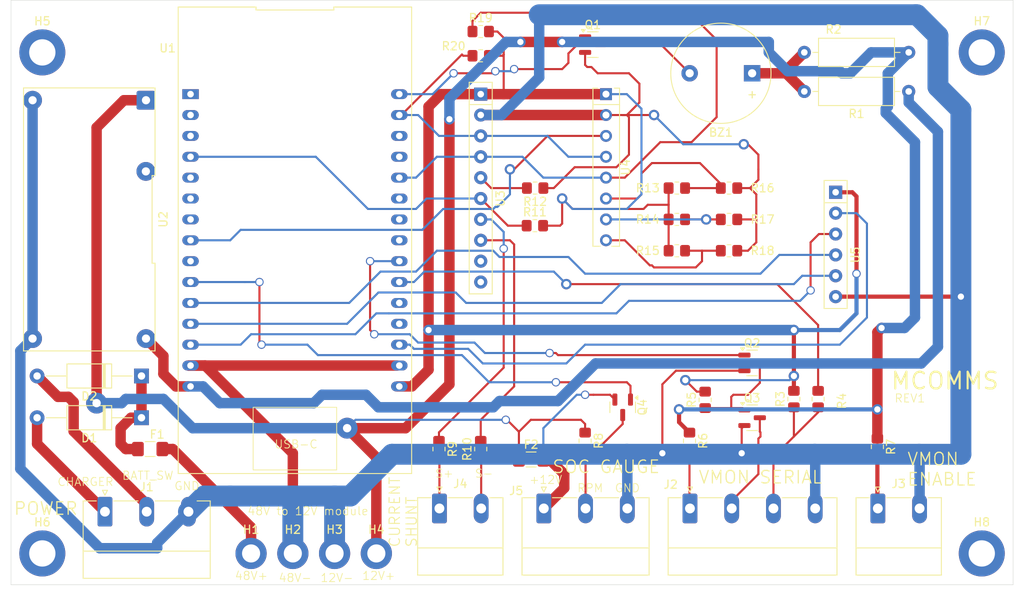
<source format=kicad_pcb>
(kicad_pcb (version 20240108) (generator "pcbnew") (generator_version "8.0")
  (layers (0 "F.Cu" signal) (31 "B.Cu" signal) (34 "B.Paste" user) (35 "F.Paste" user) (36 "B.SilkS" user "B.Silkscreen") (37 "F.SilkS" user "F.Silkscreen") (38 "B.Mask" user) (39 "F.Mask" user) (44 "Edge.Cuts" user))
  (net 0 "")
  (net 4 "/WP")
  (net 5 "GND")
  (net 7 "/ADC_ALRT")
  (net 8 "/SDA")
  (net 9 "+3.3V")
  (net 10 "Net-(U1-D15)")
  (net 11 "Net-(U1-D12)")
  (net 13 "/SCL")
  (net 14 "/BUZ")
  (net 19 "+5V")
  (net 20 "/RXD2")
  (net 21 "/SOC_PPS")
  (net 23 "Net-(U1-D13)")
  (net 24 "Net-(U1-D14)")
  (net 25 "/TXD2")
  (net 30 "+12V")
  (net 31 "/BUZ+")
  (net 32 "/SH-R")
  (net 34 "Net-(U3-ADDR)")
  (net 36 "/SH+R")
  (net 37 "/SHUNT+")
  (net 38 "/SOC_PPSG")
  (net 39 "/VMONEN")
  (net 40 "/MOSI+")
  (net 41 "/TXD2N")
  (net 42 "/MISO+")
  (net 43 "/SHUNT-")
  (net 44 "/A2")
  (net 45 "/A1")
  (net 46 "/A0")
  (net 47 "/BUZ-")
  (net 48 "/MOSI-")
  (net 49 "Net-(F1-Pad1)")
  (net 50 "Net-(J5-Pin_1)")
  (net 51 "Net-(D1-K)")
  (net 52 "Net-(D2-A)")
  (net 53 "Net-(D1-A)")
  (footprint "Resistor_SMD:R_0805_2012Metric_Pad1.20x1.40mm_HandSolder" (layer "F.Cu") (at 140.7 40.64 180)
    (property "Reference" "R14")
    (property "Value" "NF")
  )
  (footprint "Package_TO_SOT_SMD:SOT-23" (layer "F.Cu") (at 134.112 63.5 -90)
    (property "Reference" "Q4")
    (property "Value" "SI2300DS")
  )
  (footprint "MountingHole:MountingHole_2.2mm_M2_DIN965_Pad_TopBottom" (layer "F.Cu") (at 104.14 81.28)
    (property "Reference" "H4")
    (property "Value" "12VP")
  )
  (footprint "MountingHole:MountingHole_2.2mm_M2_DIN965_Pad_TopBottom" (layer "F.Cu") (at 99.06 81.28)
    (property "Reference" "H3")
    (property "Value" "12VN")
  )
  (footprint "Resistor_SMD:R_0805_2012Metric_Pad1.20x1.40mm_HandSolder" (layer "F.Cu") (at 140.7 44.45 180)
    (property "Reference" "R15")
    (property "Value" "NF")
  )
  (footprint "Connector_Phoenix_MC_HighVoltage:PhoenixContact_MC_1,5_2-G-5.08_1x02_P5.08mm_Horizontal" (layer "F.Cu") (at 165.155 75.8075)
    (property "Reference" "J3")
    (property "Value" "Conn_01x02_Pin")
  )
  (footprint "Resistor_SMD:R_0805_2012Metric_Pad1.20x1.40mm_HandSolder" (layer "F.Cu") (at 116.84 20.73)
    (property "Reference" "R20")
    (property "Value" "NF")
  )
  (footprint "Resistor_THT:R_Axial_DIN0309_L9.0mm_D3.2mm_P12.70mm_Horizontal" (layer "F.Cu") (at 168.91 20.32 180)
    (property "Reference" "R2")
    (property "Value" "330")
  )
  (footprint "Resistor_SMD:R_0805_2012Metric_Pad1.20x1.40mm_HandSolder" (layer "F.Cu") (at 165.1 68.31 -90)
    (property "Reference" "R7")
    (property "Value" "2K2")
  )
  (footprint "mower_footprints:switcher_en" (layer "F.Cu") (at 69.215 40.64 180)
    (property "Reference" "U2")
    (property "Value" "~")
  )
  (footprint "Package_TO_SOT_SMD:SOT-23" (layer "F.Cu") (at 149.86 58.1)
    (property "Reference" "Q2")
    (property "Value" "SI2300DS")
  )
  (footprint "Resistor_SMD:R_0805_2012Metric_Pad1.20x1.40mm_HandSolder" (layer "F.Cu") (at 140.7 36.83 180)
    (property "Reference" "R13")
    (property "Value" "NF")
  )
  (footprint "Resistor_SMD:R_0805_2012Metric_Pad1.20x1.40mm_HandSolder" (layer "F.Cu") (at 123.46 36.83 180)
    (property "Reference" "R12")
    (property "Value" "10K")
  )
  (footprint "Connector_Phoenix_MC_HighVoltage:PhoenixContact_MC_1,5_3-G-5.08_1x03_P5.08mm_Horizontal" (layer "F.Cu") (at 71.12 76.2)
    (property "Reference" "J1")
    (property "Value" "Conn_01x03_Pin")
  )
  (footprint "MountingHole:MountingHole_3.2mm_M3_DIN965_Pad" (layer "F.Cu") (at 63.5 20.32)
    (property "Reference" "H5")
    (property "Value" "MountingHole")
  )
  (footprint "Resistor_SMD:R_0805_2012Metric_Pad1.20x1.40mm_HandSolder" (layer "F.Cu") (at 147.05 44.45 180)
    (property "Reference" "R18")
    (property "Value" "10K")
  )
  (footprint "Package_SIP:SIP-8_19x3mm_P2.54mm" (layer "F.Cu") (at 132.08 25.4 -90)
    (property "Reference" "U4")
    (property "Value" "~")
  )
  (footprint "Resistor_SMD:R_0805_2012Metric_Pad1.20x1.40mm_HandSolder" (layer "F.Cu") (at 111.76 68.58 -90)
    (property "Reference" "R9")
    (property "Value" "10K")
  )
  (footprint "Resistor_SMD:R_0805_2012Metric_Pad1.20x1.40mm_HandSolder" (layer "F.Cu") (at 116.84 17.78)
    (property "Reference" "R19")
    (property "Value" "NF")
  )
  (footprint "Resistor_SMD:R_0805_2012Metric_Pad1.20x1.40mm_HandSolder" (layer "F.Cu") (at 123.428 41.402)
    (property "Reference" "R11")
    (property "Value" "10K")
  )
  (footprint "Resistor_SMD:R_0805_2012Metric_Pad1.20x1.40mm_HandSolder" (layer "F.Cu") (at 116.84 68.58 90)
    (property "Reference" "R10")
    (property "Value" "10K")
  )
  (footprint "Buzzer_Beeper:Buzzer_12x9.5RM7.6" (layer "F.Cu") (at 149.86 22.86 180)
    (property "Reference" "BZ1")
    (property "Value" "Buzzer")
  )
  (footprint "Resistor_SMD:R_0805_2012Metric_Pad1.20x1.40mm_HandSolder" (layer "F.Cu") (at 157.89 62.5 90)
    (property "Reference" "R4")
    (property "Value" "10K")
  )
  (footprint "Resistor_SMD:R_0805_2012Metric_Pad1.20x1.40mm_HandSolder" (layer "F.Cu") (at 147.05 36.83 180)
    (property "Reference" "R16")
    (property "Value" "10K")
  )
  (footprint "Resistor_THT:R_Array_SIP10" (layer "F.Cu") (at 116.84 25.4 -90)
    (property "Reference" "U3")
    (property "Value" "~")
  )
  (footprint "MountingHole:MountingHole_2.2mm_M2_DIN965_Pad_TopBottom" (layer "F.Cu") (at 88.9 81.28)
    (property "Reference" "H1")
    (property "Value" "48VP")
  )
  (footprint "Package_TO_SOT_SMD:SOT-23" (layer "F.Cu") (at 130.4775 19.37)
    (property "Reference" "Q1")
    (property "Value" "SI2300DS")
  )
  (footprint "Package_TO_SOT_SMD:SOT-23" (layer "F.Cu") (at 149.86 64.77)
    (property "Reference" "Q3")
    (property "Value" "SI2300DS")
  )
  (footprint "Resistor_THT:R_Array_SIP6" (layer "F.Cu") (at 160.02 37.338 -90)
    (property "Reference" "U5")
    (property "Value" "~")
  )
  (footprint "Resistor_SMD:R_0805_2012Metric_Pad1.20x1.40mm_HandSolder" (layer "F.Cu") (at 154.94 62.5 90)
    (property "Reference" "R3")
    (property "Value" "2K7")
  )
  (footprint "Fuse:Fuse_1206_3216Metric_Pad1.42x1.75mm_HandSolder" (layer "F.Cu") (at 122.9725 69.85)
    (property "Reference" "F2")
    (property "Value" "Fuse")
  )
  (footprint "MountingHole:MountingHole_3.2mm_M3_DIN965_Pad" (layer "F.Cu") (at 177.8 20.32)
    (property "Reference" "H7")
    (property "Value" "MountingHole")
  )
  (footprint "Connector_Phoenix_MC_HighVoltage:PhoenixContact_MC_1,5_2-G-5.08_1x02_P5.08mm_Horizontal" (layer "F.Cu") (at 111.815 75.8075)
    (property "Reference" "J4")
    (property "Value" "Conn_01x02_Pin")
  )
  (footprint "Diode_THT:D_A-405_P12.70mm_Horizontal" (layer "F.Cu") (at 75.565 59.69 180)
    (property "Reference" "D2")
    (property "Value" "1N4004")
  )
  (footprint "Resistor_SMD:R_0805_2012Metric_Pad1.20x1.40mm_HandSolder" (layer "F.Cu") (at 144.145 62.595 90)
    (property "Reference" "R5")
    (property "Value" "2K7")
  )
  (footprint "Resistor_THT:R_Axial_DIN0309_L9.0mm_D3.2mm_P12.70mm_Horizontal" (layer "F.Cu") (at 168.91 25.07 180)
    (property "Reference" "R1")
    (property "Value" "470")
  )
  (footprint "Resistor_SMD:R_0805_2012Metric_Pad1.20x1.40mm_HandSolder" (layer "F.Cu") (at 129.54 67.58 -90)
    (property "Reference" "R8")
    (property "Value" "2K2")
  )
  (footprint "mower_footprints:ESP32_WROOM_M1" (layer "F.Cu") (at 94.234 43.18 -90)
    (property "Reference" "U1")
    (property "Value" "~")
  )
  (footprint "Connector_Phoenix_MC_HighVoltage:PhoenixContact_MC_1,5_3-G-5.08_1x03_P5.08mm_Horizontal" (layer "F.Cu") (at 124.515 75.8075)
    (property "Reference" "J5")
    (property "Value" "Conn_01x03_Pin")
  )
  (footprint "MountingHole:MountingHole_2.2mm_M2_DIN965_Pad_TopBottom" (layer "F.Cu") (at 93.98 81.28)
    (property "Reference" "H2")
    (property "Value" "48VN")
  )
  (footprint "Resistor_SMD:R_0805_2012Metric_Pad1.20x1.40mm_HandSolder" (layer "F.Cu") (at 142.24 67.58 -90)
    (property "Reference" "R6")
    (property "Value" "2K2")
  )
  (footprint "Fuse:Fuse_1206_3216Metric_Pad1.42x1.75mm_HandSolder" (layer "F.Cu") (at 76.6175 68.58 180)
    (property "Reference" "F1")
    (property "Value" "1A")
  )
  (footprint "MountingHole:MountingHole_3.2mm_M3_DIN965_Pad" (layer "F.Cu") (at 63.5 81.28)
    (property "Reference" "H6")
    (property "Value" "MountingHole")
  )
  (footprint "Connector_Phoenix_MC_HighVoltage:PhoenixContact_MC_1,5_4-G-5.08_1x04_P5.08mm_Horizontal" (layer "F.Cu") (at 142.295 75.8075)
    (property "Reference" "J2")
    (property "Value" "Conn_01x04_Pin")
  )
  (footprint "Resistor_SMD:R_0805_2012Metric_Pad1.20x1.40mm_HandSolder" (layer "F.Cu") (at 147.05 40.64 180)
    (property "Reference" "R17")
    (property "Value" "10K")
  )
  (footprint "MountingHole:MountingHole_3.2mm_M3_DIN965_Pad" (layer "F.Cu") (at 177.8 81.28)
    (property "Reference" "H8")
    (property "Value" "MountingHole")
  )
  (footprint "Diode_THT:D_A-405_P12.70mm_Horizontal" (layer "F.Cu") (at 75.565 64.77 180)
    (property "Reference" "D1")
    (property "Value" "1N4004")
  )
  (gr_line (start 59.69 85.09) (end 59.69 13.97) (stroke (width 0.05)) (layer "Edge.Cuts"))
  (gr_line (start 181.61 13.97) (end 181.61 85.09) (stroke (width 0.05)) (layer "Edge.Cuts"))
  (gr_line (start 59.69 13.97) (end 181.61 13.97) (stroke (width 0.05)) (layer "Edge.Cuts"))
  (gr_line (start 181.61 85.09) (end 59.69 85.09) (stroke (width 0.05)) (layer "Edge.Cuts"))
  (gr_text "S+" (at 111.252 72.136 0) (layer "F.SilkS") (effects (font (size 1 1) (thickness 0.1)) (justify left bottom)))
  (gr_text "VMON\nENABLE" (at 168.656 73.152 0) (layer "F.SilkS") (effects (font (size 1.524 1.524) (thickness 0.1524)) (justify left bottom)))
  (gr_text "REV1" (at 167.132 62.992 0) (layer "F.SilkS") (effects (font (size 1 1) (thickness 0.1)) (justify left bottom)))
  (gr_text "BATT_SW" (at 73.152 72.39 0) (layer "F.SilkS") (effects (font (size 1 1) (thickness 0.1)) (justify left bottom)))
  (gr_text "RPM" (at 128.524 73.914 0) (layer "F.SilkS") (effects (font (size 1 1) (thickness 0.1)) (justify left bottom)))
  (gr_text "48V+" (at 86.868 84.582 0) (layer "F.SilkS") (effects (font (size 1 1) (thickness 0.1)) (justify left bottom)))
  (gr_text "MCOMMS" (at 166.624 61.468 0) (layer "F.SilkS") (effects (font (size 2.032 2.032) (thickness 0.254)) (justify left bottom)))
  (gr_text "CURRENT\nSHUNT" (at 109.165 80.6075 90) (layer "F.SilkS") (effects (font (size 1.27 1.27) (thickness 0.127)) (justify left bottom)))
  (gr_text "GND" (at 133.096 73.914 0) (layer "F.SilkS") (effects (font (size 1 1) (thickness 0.1)) (justify left bottom)))
  (gr_text "POWER" (at 59.944 76.708 0) (layer "F.SilkS") (effects (font (size 1.524 1.524) (thickness 0.1524)) (justify left bottom)))
  (gr_text "SOC GAUGE" (at 125.476 71.628 0) (layer "F.SilkS") (effects (font (size 1.524 1.524) (thickness 0.1524)) (justify left bottom)))
  (gr_text "48V to 12V module" (at 88.392 76.708 0) (layer "F.SilkS") (effects (font (size 1 1) (thickness 0.1)) (justify left bottom)))
  (gr_text "GND" (at 79.502 73.66 0) (layer "F.SilkS") (effects (font (size 1 1) (thickness 0.1)) (justify left bottom)))
  (gr_text "CHARGER" (at 65.278 73.152 0) (layer "F.SilkS") (effects (font (size 1 1) (thickness 0.1)) (justify left bottom)))
  (gr_text "12V-" (at 97.282 84.836 0) (layer "F.SilkS") (effects (font (size 1 1) (thickness 0.1)) (justify left bottom)))
  (gr_text "+12V" (at 122.682 72.898 0) (layer "F.SilkS") (effects (font (size 1 1) (thickness 0.1)) (justify left bottom)))
  (gr_text "VMON SERIAL" (at 143.256 72.898 0) (layer "F.SilkS") (effects (font (size 1.524 1.524) (thickness 0.1524)) (justify left bottom)))
  (gr_text "12V+" (at 102.362 84.582 0) (layer "F.SilkS") (effects (font (size 1 1) (thickness 0.1)) (justify left bottom)))
  (gr_text "48V-" (at 92.202 84.836 0) (layer "F.SilkS") (effects (font (size 1 1) (thickness 0.1)) (justify left bottom)))
  (gr_text "S-" (at 116.078 72.136 0) (layer "F.SilkS") (effects (font (size 1 1) (thickness 0.1)) (justify left bottom)))
  (segment (start 132.08 30.48) (end 124.968 30.48) (width 0.254) (layer "F.Cu") (net 4))
  (segment (start 124.968 30.48) (end 120.904 34.544) (width 0.254) (layer "F.Cu") (net 4))
  (segment (start 120.904 34.544) (end 120.396 34.544) (width 0.254) (layer "F.Cu") (net 4))
  (via (at 120.396 34.544) (size 1.27) (drill 0.762) (layers "F.Cu" "B.Cu") (net 4))
  (segment (start 118.364 39.37) (end 112.268 39.37) (width 0.254) (layer "B.Cu") (net 4))
  (segment (start 86.36 43.18) (end 81.28 43.18) (width 0.254) (layer "B.Cu") (net 4))
  (segment (start 109.728 41.91) (end 87.63 41.91) (width 0.254) (layer "B.Cu") (net 4))
  (segment (start 118.872 39.116) (end 118.618 39.116) (width 0.254) (layer "B.Cu") (net 4))
  (segment (start 87.63 41.91) (end 86.36 43.18) (width 0.254) (layer "B.Cu") (net 4))
  (segment (start 120.396 37.592) (end 118.872 39.116) (width 0.254) (layer "B.Cu") (net 4))
  (segment (start 112.268 39.37) (end 109.728 41.91) (width 0.254) (layer "B.Cu") (net 4))
  (segment (start 118.618 39.116) (end 118.364 39.37) (width 0.254) (layer "B.Cu") (net 4))
  (segment (start 120.396 34.544) (end 120.396 37.592) (width 0.254) (layer "B.Cu") (net 4))
  (segment (start 148.05 44.45) (end 149.352 44.45) (width 0.254) (layer "F.Cu") (net 5))
  (segment (start 134.874 32.766) (end 134.874 28.194) (width 0.254) (layer "F.Cu") (net 5))
  (segment (start 150.368 37.592) (end 149.606 36.83) (width 0.254) (layer "F.Cu") (net 5))
  (segment (start 130.556 61.976) (end 129.54 61.976) (width 0.254) (layer "F.Cu") (net 5))
  (segment (start 150.368 43.434) (end 150.368 40.64) (width 0.254) (layer "F.Cu") (net 5))
  (segment (start 140.594 59.05) (end 138.938 60.706) (width 0.254) (layer "F.Cu") (net 5))
  (segment (start 93.98 69.088) (end 93.98 81.28) (width 1.27) (layer "F.Cu") (net 5))
  (segment (start 81.28 58.42) (end 83.312 58.42) (width 1.27) (layer "F.Cu") (net 5))
  (segment (start 149.606 36.83) (end 148.05 36.83) (width 0.254) (layer "F.Cu") (net 5))
  (segment (start 138.938 60.706) (end 138.938 69.088) (width 0.254) (layer "F.Cu") (net 5))
  (segment (start 150.622 34.544) (end 150.622 32.766) (width 0.254) (layer "F.Cu") (net 5))
  (segment (start 134.112 27.94) (end 132.08 27.94) (width 0.254) (layer "F.Cu") (net 5))
  (segment (start 148.59 66.0525) (end 148.59 69.088) (width 0.254) (layer "F.Cu") (net 5))
  (segment (start 134.874 22.86) (end 136.144 24.13) (width 0.254) (layer "F.Cu") (net 5))
  (segment (start 133.162 62.5625) (end 132.5755 61.976) (width 0.254) (layer "F.Cu") (net 5))
  (segment (start 132.5755 61.976) (end 130.556 61.976) (width 0.254) (layer "F.Cu") (net 5))
  (segment (start 160.02 50.038) (end 175.26 50.038) (width 0.508) (layer "F.Cu") (net 5))
  (segment (start 149.352 44.45) (end 150.368 43.434) (width 0.254) (layer "F.Cu") (net 5))
  (segment (start 134.874 28.194) (end 134.62 27.94) (width 0.254) (layer "F.Cu") (net 5))
  (segment (start 150.622 35.814) (end 150.622 34.544) (width 0.254) (layer "F.Cu") (net 5))
  (segment (start 136.144 26.416) (end 134.62 27.94) (width 0.254) (layer "F.Cu") (net 5))
  (segment (start 106.68 58.42) (end 81.28 58.42) (width 1.27) (layer "F.Cu") (net 5))
  (segment (start 149.352 31.496) (end 148.844 31.496) (width 0.254) (layer "F.Cu") (net 5))
  (segment (start 136.144 24.13) (end 136.144 26.416) (width 0.254) (layer "F.Cu") (net 5))
  (segment (start 128.27 34.29) (end 133.35 34.29) (width 0.254) (layer "F.Cu") (net 5))
  (segment (start 129.54 20.32) (end 129.54 21.844) (width 0.254) (layer "F.Cu") (net 5))
  (segment (start 148.9225 59.05) (end 140.594 59.05) (width 0.254) (layer "F.Cu") (net 5))
  (segment (start 116.84 27.94) (end 132.08 27.94) (width 1.27) (layer "F.Cu") (net 5))
  (segment (start 150.622 32.766) (end 149.352 31.496) (width 0.254) (layer "F.Cu") (net 5))
  (segment (start 150.368 40.64) (end 150.368 37.592) (width 0.254) (layer "F.Cu") (net 5))
  (segment (start 83.312 58.42) (end 93.98 69.088) (width 1.27) (layer "F.Cu") (net 5))
  (segment (start 148.05 40.64) (end 150.368 40.64) (width 0.254) (layer "F.Cu") (net 5))
  (segment (start 124.46 36.83) (end 125.73 36.83) (width 0.254) (layer "F.Cu") (net 5))
  (segment (start 129.794 22.098) (end 130.302 22.098) (width 0.254) (layer "F.Cu") (net 5))
  (segment (start 137.922 27.94) (end 134.112 27.94) (width 0.254) (layer "F.Cu") (net 5))
  (segment (start 131.064 22.86) (end 134.874 22.86) (width 0.254) (layer "F.Cu") (net 5))
  (segment (start 130.302 22.098) (end 131.064 22.86) (width 0.254) (layer "F.Cu") (net 5))
  (segment (start 125.73 36.83) (end 128.27 34.29) (width 0.254) (layer "F.Cu") (net 5))
  (segment (start 148.9225 65.72) (end 148.59 66.0525) (width 0.254) (layer "F.Cu") (net 5))
  (segment (start 134.62 27.94) (end 134.112 27.94) (width 0.254) (layer "F.Cu") (net 5))
  (segment (start 149.606 36.83) (end 150.622 35.814) (width 0.254) (layer "F.Cu") (net 5))
  (segment (start 133.35 34.29) (end 134.874 32.766) (width 0.254) (layer "F.Cu") (net 5))
  (segment (start 129.54 21.844) (end 129.794 22.098) (width 0.254) (layer "F.Cu") (net 5))
  (via (at 138.938 69.088) (size 1.016) (drill 0.762) (layers "F.Cu" "B.Cu") (net 5))
  (via (at 148.59 69.088) (size 1.016) (drill 0.762) (layers "F.Cu" "B.Cu") (net 5))
  (via (at 148.844 31.496) (size 1.27) (drill 0.762) (layers "F.Cu" "B.Cu") (net 5))
  (via (at 137.922 27.94) (size 1.27) (drill 0.762) (layers "F.Cu" "B.Cu") (net 5))
  (via (at 129.54 61.976) (size 1.016) (drill 0.762) (layers "F.Cu" "B.Cu") (net 5))
  (via (at 175.26 50.038) (size 1.016) (drill 0.762) (layers "F.Cu" "B.Cu") (net 5))
  (segment (start 170.235 75.8075) (end 170.235 69.27) (width 1.27) (layer "B.Cu") (net 5))
  (segment (start 60.825 70.985) (end 60.825 56.63) (width 1.27) (layer "B.Cu") (net 5))
  (segment (start 123.952 23.368) (end 119.38 27.94) (width 1.27) (layer "B.Cu") (net 5))
  (segment (start 62.315 55.14) (end 62.315 26.14) (width 1.27) (layer "B.Cu") (net 5))
  (segment (start 86.36 74.295) (end 93.98 74.295) (width 2.54) (layer "B.Cu") (net 5))
  (segment (start 175.26 27.305) (end 172.466 24.511) (width 2.54) (layer "B.Cu") (net 5))
  (segment (start 169.672 15.74) (end 123.952 15.74) (width 2.54) (layer "B.Cu") (net 5))
  (segment (start 157.535 75.8075) (end 157.535 69.27) (width 1.27) (layer "B.Cu") (net 5))
  (segment (start 70.485 80.645) (end 60.825 70.985) (width 1.27) (layer "B.Cu") (net 5))
  (segment (start 60.825 56.63) (end 62.315 55.14) (width 1.27) (layer "B.Cu") (net 5))
  (segment (start 93.98 74.295) (end 99.06 74.295) (width 2.54) (layer "B.Cu") (net 5))
  (segment (start 134.62 69.215) (end 157.48 69.215) (width 2.54) (layer "B.Cu") (net 5))
  (segment (start 81.28 76.2) (end 77.47 80.01) (width 1.27) (layer "B.Cu") (net 5))
  (segment (start 77.47 80.01) (end 77.47 80.645) (width 1.27) (layer "B.Cu") (net 5))
  (segment (start 124.46 66.04) (end 124.46 69.215) (width 0.254) (layer "B.Cu") (net 5))
  (segment (start 172.466 19.304) (end 172.466 18.288) (width 2.54) (layer "B.Cu") (net 5))
  (segment (start 172.466 24.511) (end 172.466 19.304) (width 2.54) (layer "B.Cu") (net 5))
  (segment (start 175.26 69.215) (end 175.26 27.305) (width 2.54) (layer "B.Cu") (net 5))
  (segment (start 141.478 31.496) (end 137.922 27.94) (width 0.254) (layer "B.Cu") (net 5))
  (segment (start 148.844 31.496) (end 141.478 31.496) (width 0.254) (layer "B.Cu") (net 5))
  (segment (start 169.918 15.74) (end 169.672 15.74) (width 2.54) (layer "B.Cu") (net 5))
  (segment (start 157.48 69.215) (end 170.18 69.215) (width 2.54) (layer "B.Cu") (net 5))
  (segment (start 93.98 81.28) (end 93.98 74.295) (width 2.54) (layer "B.Cu") (net 5))
  (segment (start 81.28 76.2) (end 83.185 74.295) (width 2.54) (layer "B.Cu") (net 5))
  (segment (start 77.47 80.645) (end 70.485 80.645) (width 1.27) (layer "B.Cu") (net 5))
  (segment (start 134.675 69.27) (end 134.62 69.215) (width 1.27) (layer "B.Cu") (net 5))
  (segment (start 99.06 81.28) (end 99.06 74.295) (width 2.54) (layer "B.Cu") (net 5))
  (segment (start 99.06 74.295) (end 100.965 74.295) (width 2.54) (layer "B.Cu") (net 5))
  (segment (start 170.18 69.215) (end 175.26 69.215) (width 2.54) (layer "B.Cu") (net 5))
  (segment (start 123.952 15.74) (end 123.952 23.368) (width 1.27) (layer "B.Cu") (net 5))
  (segment (start 128.524 61.976) (end 124.46 66.04) (width 0.254) (layer "B.Cu") (net 5))
  (segment (start 134.675 75.8075) (end 134.675 69.27) (width 1.27) (layer "B.Cu") (net 5))
  (segment (start 100.965 74.295) (end 106.045 69.215) (width 2.54) (layer "B.Cu") (net 5))
  (segment (start 124.46 69.215) (end 134.62 69.215) (width 2.54) (layer "B.Cu") (net 5))
  (segment (start 106.045 69.215) (end 124.46 69.215) (width 2.54) (layer "B.Cu") (net 5))
  (segment (start 119.38 27.94) (end 116.84 27.94) (width 1.27) (layer "B.Cu") (net 5))
  (segment (start 172.466 18.288) (end 169.918 15.74) (width 2.54) (layer "B.Cu") (net 5))
  (segment (start 157.535 69.27) (end 157.48 69.215) (width 1.27) (layer "B.Cu") (net 5))
  (segment (start 83.185 74.295) (end 86.36 74.295) (width 2.54) (layer "B.Cu") (net 5))
  (segment (start 129.54 61.976) (end 128.524 61.976) (width 0.254) (layer "B.Cu") (net 5))
  (segment (start 116.84 38.1) (end 120.142 41.402) (width 0.254) (layer "F.Cu") (net 7))
  (segment (start 120.142 41.402) (end 122.428 41.402) (width 0.254) (layer "F.Cu") (net 7))
  (segment (start 110.236 38.1) (end 116.84 38.1) (width 0.254) (layer "B.Cu") (net 7))
  (segment (start 81.28 33.02) (end 96.774 33.02) (width 0.254) (layer "B.Cu") (net 7))
  (segment (start 108.966 39.37) (end 110.236 38.1) (width 0.254) (layer "B.Cu") (net 7))
  (segment (start 96.774 33.02) (end 103.124 39.37) (width 0.254) (layer "B.Cu") (net 7))
  (segment (start 103.124 39.37) (end 108.966 39.37) (width 0.254) (layer "B.Cu") (net 7))
  (segment (start 115.84 16.494) (end 116.84 15.494) (width 0.254) (layer "F.Cu") (net 8))
  (segment (start 116.84 15.494) (end 142.24 15.494) (width 0.254) (layer "F.Cu") (net 8))
  (segment (start 142.24 15.494) (end 145.542 18.796) (width 0.254) (layer "F.Cu") (net 8))
  (segment (start 142.494 31.242) (end 138.684 31.242) (width 0.254) (layer "F.Cu") (net 8))
  (segment (start 145.542 28.194) (end 142.494 31.242) (width 0.254) (layer "F.Cu") (net 8))
  (segment (start 115.84 17.78) (end 115.84 16.494) (width 0.254) (layer "F.Cu") (net 8))
  (segment (start 134.366 35.56) (end 132.08 35.56) (width 0.254) (layer "F.Cu") (net 8))
  (segment (start 138.684 31.242) (end 134.366 35.56) (width 0.254) (layer "F.Cu") (net 8))
  (segment (start 145.542 18.796) (end 145.542 28.194) (width 0.254) (layer "F.Cu") (net 8))
  (segment (start 121.92 33.02) (end 116.84 33.02) (width 0.254) (layer "B.Cu") (net 8))
  (segment (start 106.68 35.56) (end 108.966 35.56) (width 0.254) (layer "B.Cu") (net 8))
  (segment (start 124.46 35.56) (end 121.92 33.02) (width 0.254) (layer "B.Cu") (net 8))
  (segment (start 111.506 33.02) (end 116.84 33.02) (width 0.254) (layer "B.Cu") (net 8))
  (segment (start 108.966 35.56) (end 111.506 33.02) (width 0.254) (layer "B.Cu") (net 8))
  (segment (start 132.08 35.56) (end 124.46 35.56) (width 0.254) (layer "B.Cu") (net 8))
  (segment (start 117.84 17.78) (end 118.872 17.78) (width 0.254) (layer "F.Cu") (net 9))
  (segment (start 126.492 41.402) (end 124.428 41.402) (width 0.254) (layer "F.Cu") (net 9))
  (segment (start 143.129 61.595) (end 141.732 60.198) (width 0.254) (layer "F.Cu") (net 9))
  (segment (start 154.94 54.102) (end 154.94 59.69) (width 0.508) (layer "F.Cu") (net 9))
  (segment (start 116.84 25.4) (end 119.634 25.4) (width 1.27) (layer "F.Cu") (net 9))
  (segment (start 136.652 39.37) (end 128.016 39.37) (width 0.254) (layer "F.Cu") (net 9))
  (segment (start 162.56 47.244) (end 162.56 37.846) (width 0.508) (layer "F.Cu") (net 9))
  (segment (start 139.7 44.45) (end 139.7 38.862) (width 0.254) (layer "F.Cu") (net 9))
  (segment (start 162.052 37.338) (end 160.02 37.338) (width 0.508) (layer "F.Cu") (net 9))
  (segment (start 126.746 41.148) (end 126.492 41.402) (width 0.254) (layer "F.Cu") (net 9))
  (segment (start 139.7 38.862) (end 139.7 36.83) (width 0.254) (layer "F.Cu") (net 9))
  (segment (start 128.016 39.37) (end 126.746 38.1) (width 0.254) (layer "F.Cu") (net 9))
  (segment (start 110.49 58.928) (end 110.49 26.924) (width 1.27) (layer "F.Cu") (net 9))
  (segment (start 112.014 25.4) (end 116.84 25.4) (width 1.27) (layer "F.Cu") (net 9))
  (segment (start 162.56 37.846) (end 162.052 37.338) (width 0.508) (layer "F.Cu") (net 9))
  (segment (start 144.145 61.595) (end 143.129 61.595) (width 0.254) (layer "F.Cu") (net 9))
  (segment (start 108.458 60.96) (end 110.49 58.928) (width 1.27) (layer "F.Cu") (net 9))
  (segment (start 117.84 20.73) (end 119.478 20.73) (width 0.254) (layer "F.Cu") (net 9))
  (segment (start 139.7 38.862) (end 137.16 38.862) (width 0.254) (layer "F.Cu") (net 9))
  (segment (start 119.478 20.73) (end 119.634 20.574) (width 0.254) (layer "F.Cu") (net 9))
  (segment (start 110.49 26.924) (end 112.014 25.4) (width 1.27) (layer "F.Cu") (net 9))
  (segment (start 106.68 60.96) (end 108.458 60.96) (width 1.27) (layer "F.Cu") (net 9))
  (segment (start 119.634 25.4) (end 132.08 25.4) (width 1.27) (layer "F.Cu") (net 9))
  (segment (start 137.16 38.862) (end 136.652 39.37) (width 0.254) (layer "F.Cu") (net 9))
  (segment (start 126.746 38.1) (end 126.746 41.148) (width 0.254) (layer "F.Cu") (net 9))
  (segment (start 118.872 17.78) (end 119.634 18.542) (width 0.254) (layer "F.Cu") (net 9))
  (segment (start 126.238 38.1) (end 126.746 38.1) (width 0.254) (layer "F.Cu") (net 9))
  (segment (start 119.634 20.574) (end 119.634 25.4) (width 0.254) (layer "F.Cu") (net 9))
  (segment (start 119.634 18.542) (end 119.634 20.574) (width 0.254) (layer "F.Cu") (net 9))
  (segment (start 154.94 59.69) (end 154.94 61.5) (width 0.508) (layer "F.Cu") (net 9))
  (via (at 110.49 54.102) (size 1.27) (drill 0.762) (layers "F.Cu" "B.Cu") (net 9))
  (via (at 126.746 38.1) (size 1.27) (drill 0.762) (layers "F.Cu" "B.Cu") (net 9))
  (via (at 154.94 54.102) (size 1.27) (drill 0.762) (layers "F.Cu" "B.Cu") (net 9))
  (via (at 162.56 47.244) (size 1.016) (drill 0.762) (layers "F.Cu" "B.Cu") (net 9))
  (via (at 154.94 59.69) (size 1.27) (drill 0.762) (layers "F.Cu" "B.Cu") (net 9))
  (via (at 141.732 60.198) (size 1.27) (drill 0.762) (layers "F.Cu" "B.Cu") (net 9))
  (segment (start 136.398 27.178) (end 134.62 25.4) (width 0.254) (layer "B.Cu") (net 9))
  (segment (start 162.56 52.07) (end 162.56 47.244) (width 0.508) (layer "B.Cu") (net 9))
  (segment (start 154.94 54.102) (end 160.528 54.102) (width 0.508) (layer "B.Cu") (net 9))
  (segment (start 128.016 39.37) (end 134.62 39.37) (width 0.254) (layer "B.Cu") (net 9))
  (segment (start 154.432 60.198) (end 154.94 59.69) (width 0.254) (layer "B.Cu") (net 9))
  (segment (start 126.746 38.1) (end 128.016 39.37) (width 0.254) (layer "B.Cu") (net 9))
  (segment (start 141.732 60.198) (end 154.432 60.198) (width 0.254) (layer "B.Cu") (net 9))
  (segment (start 134.62 25.4) (end 132.08 25.4) (width 0.254) (layer "B.Cu") (net 9))
  (segment (start 136.398 37.592) (end 136.398 27.178) (width 0.254) (layer "B.Cu") (net 9))
  (segment (start 160.528 54.102) (end 162.56 52.07) (width 0.508) (layer "B.Cu") (net 9))
  (segment (start 110.49 54.102) (end 154.94 54.102) (width 1.27) (layer "B.Cu") (net 9))
  (segment (start 134.62 39.37) (end 136.398 37.592) (width 0.254) (layer "B.Cu") (net 9))
  (segment (start 162.56 39.878) (end 160.02 39.878) (width 0.254) (layer "B.Cu") (net 10))
  (segment (start 117.094 58.166) (end 127.254 58.166) (width 0.254) (layer "B.Cu") (net 10))
  (segment (start 108.204 55.88) (end 108.712 56.388) (width 0.254) (layer "B.Cu") (net 10))
  (segment (start 163.83 52.578) (end 163.83 41.148) (width 0.254) (layer "B.Cu") (net 10))
  (segment (start 127.254 58.166) (end 129.54 55.88) (width 0.254) (layer "B.Cu") (net 10))
  (segment (start 108.712 56.388) (end 115.316 56.388) (width 0.254) (layer "B.Cu") (net 10))
  (segment (start 129.54 55.88) (end 160.528 55.88) (width 0.254) (layer "B.Cu") (net 10))
  (segment (start 115.316 56.388) (end 117.094 58.166) (width 0.254) (layer "B.Cu") (net 10))
  (segment (start 163.83 41.148) (end 162.56 39.878) (width 0.254) (layer "B.Cu") (net 10))
  (segment (start 160.528 55.88) (end 163.83 52.578) (width 0.254) (layer "B.Cu") (net 10))
  (segment (start 106.934 55.88) (end 108.204 55.88) (width 0.254) (layer "B.Cu") (net 10))
  (segment (start 133.858 48.514) (end 154.94 48.514) (width 0.254) (layer "B.Cu") (net 11))
  (segment (start 100.584 53.34) (end 104.394 49.53) (width 0.254) (layer "B.Cu") (net 11))
  (segment (start 115.062 50.8) (end 131.572 50.8) (width 0.254) (layer "B.Cu") (net 11))
  (segment (start 154.94 48.514) (end 155.956 47.498) (width 0.254) (layer "B.Cu") (net 11))
  (segment (start 113.792 49.53) (end 115.062 50.8) (width 0.254) (layer "B.Cu") (net 11))
  (segment (start 131.572 50.8) (end 133.858 48.514) (width 0.254) (layer "B.Cu") (net 11))
  (segment (start 104.394 49.53) (end 113.792 49.53) (width 0.254) (layer "B.Cu") (net 11))
  (segment (start 155.956 47.498) (end 160.02 47.498) (width 0.254) (layer "B.Cu") (net 11))
  (segment (start 81.534 53.34) (end 100.584 53.34) (width 0.254) (layer "B.Cu") (net 11))
  (segment (start 106.68 27.94) (end 107.188 27.94) (width 0.254) (layer "F.Cu") (net 13))
  (segment (start 114.71 20.73) (end 115.84 20.73) (width 0.254) (layer "F.Cu") (net 13))
  (segment (start 114.554 20.574) (end 114.71 20.73) (width 0.254) (layer "F.Cu") (net 13))
  (segment (start 107.188 27.94) (end 114.554 20.574) (width 0.254) (layer "F.Cu") (net 13))
  (segment (start 109.22 27.94) (end 106.68 27.94) (width 0.254) (layer "B.Cu") (net 13))
  (segment (start 116.84 30.48) (end 124.968 30.48) (width 0.254) (layer "B.Cu") (net 13))
  (segment (start 124.968 30.48) (end 127.508 33.02) (width 0.254) (layer "B.Cu") (net 13))
  (segment (start 111.76 30.48) (end 109.22 27.94) (width 0.254) (layer "B.Cu") (net 13))
  (segment (start 127.508 33.02) (end 132.08 33.02) (width 0.254) (layer "B.Cu") (net 13))
  (segment (start 116.84 30.48) (end 111.76 30.48) (width 0.254) (layer "B.Cu") (net 13))
  (segment (start 127.508 21.59) (end 126.746 22.352) (width 0.254) (layer "F.Cu") (net 14))
  (segment (start 118.364 22.86) (end 118.618 22.606) (width 0.254) (layer "F.Cu") (net 14))
  (segment (start 129.54 18.42) (end 127.508 20.452) (width 0.254) (layer "F.Cu") (net 14))
  (segment (start 113.538 22.86) (end 118.364 22.86) (width 0.254) (layer "F.Cu") (net 14))
  (segment (start 126.746 22.352) (end 120.904 22.352) (width 0.254) (layer "F.Cu") (net 14))
  (segment (start 127.508 20.452) (end 127.508 21.59) (width 0.254) (layer "F.Cu") (net 14))
  (via (at 113.538 22.86) (size 1.016) (drill 0.762) (layers "F.Cu" "B.Cu") (net 14))
  (via (at 118.618 22.606) (size 1.016) (drill 0.762) (layers "F.Cu" "B.Cu") (net 14))
  (via (at 120.904 22.352) (size 1.016) (drill 0.762) (layers "F.Cu" "B.Cu") (net 14))
  (segment (start 106.68 25.4) (end 110.998 25.4) (width 0.254) (layer "B.Cu") (net 14))
  (segment (start 120.65 22.606) (end 120.904 22.352) (width 0.254) (layer "B.Cu") (net 14))
  (segment (start 118.618 22.606) (end 120.65 22.606) (width 0.254) (layer "B.Cu") (net 14))
  (segment (start 110.998 25.4) (end 113.538 22.86) (width 0.254) (layer "B.Cu") (net 14))
  (segment (start 76.115 55.14) (end 78.232 57.257) (width 1.27) (layer "F.Cu") (net 19))
  (segment (start 79.756 60.96) (end 81.28 60.96) (width 1.27) (layer "F.Cu") (net 19))
  (segment (start 78.232 59.436) (end 79.756 60.96) (width 1.27) (layer "F.Cu") (net 19))
  (segment (start 78.232 57.257) (end 78.232 59.436) (width 1.27) (layer "F.Cu") (net 19))
  (segment (start 172.466 29.972) (end 168.91 26.416) (width 1.27) (layer "B.Cu") (net 19))
  (segment (start 102.87 61.976) (end 104.394 63.5) (width 1.27) (layer "B.Cu") (net 19))
  (segment (start 96.52 62.992) (end 97.536 61.976) (width 1.27) (layer "B.Cu") (net 19))
  (segment (start 104.394 63.5) (end 118.364 63.5) (width 1.27) (layer "B.Cu") (net 19))
  (segment (start 85.09 62.992) (end 96.52 62.992) (width 1.27) (layer "B.Cu") (net 19))
  (segment (start 119.126 62.738) (end 126.238 62.738) (width 1.27) (layer "B.Cu") (net 19))
  (segment (start 126.238 62.738) (end 130.81 58.166) (width 1.27) (layer "B.Cu") (net 19))
  (segment (start 172.466 56.134) (end 172.466 29.972) (width 1.27) (layer "B.Cu") (net 19))
  (segment (start 97.536 61.976) (end 102.87 61.976) (width 1.27) (layer "B.Cu") (net 19))
  (segment (start 130.81 58.166) (end 170.434 58.166) (width 1.27) (layer "B.Cu") (net 19))
  (segment (start 81.28 60.96) (end 83.058 60.96) (width 1.27) (layer "B.Cu") (net 19))
  (segment (start 83.058 60.96) (end 85.09 62.992) (width 1.27) (layer "B.Cu") (net 19))
  (segment (start 118.364 63.5) (end 119.126 62.738) (width 1.27) (layer "B.Cu") (net 19))
  (segment (start 168.91 26.416) (end 168.91 25.07) (width 1.27) (layer "B.Cu") (net 19))
  (segment (start 170.434 58.166) (end 172.466 56.134) (width 1.27) (layer "B.Cu") (net 19))
  (segment (start 157.89 53.496) (end 152.908 48.514) (width 0.254) (layer "F.Cu") (net 20))
  (segment (start 157.89 61.5) (end 157.89 53.496) (width 0.254) (layer "F.Cu") (net 20))
  (segment (start 152.908 48.514) (end 127.254 48.514) (width 0.254) (layer "F.Cu") (net 20))
  (segment (start 127.254 48.514) (end 127 48.514) (width 0.254) (layer "F.Cu") (net 20))
  (via (at 127.254 48.514) (size 1.27) (drill 0.762) (layers "F.Cu" "B.Cu") (net 20))
  (segment (start 125.73 46.99) (end 127.254 48.514) (width 0.254) (layer "B.Cu") (net 20))
  (segment (start 106.68 48.26) (end 108.712 48.26) (width 0.254) (layer "B.Cu") (net 20))
  (segment (start 108.712 48.26) (end 109.982 46.99) (width 0.254) (layer "B.Cu") (net 20))
  (segment (start 109.982 46.99) (end 125.73 46.99) (width 0.254) (layer "B.Cu") (net 20))
  (segment (start 134.62 60.452) (end 125.984 60.452) (width 0.254) (layer "F.Cu") (net 21))
  (segment (start 135.062 62.5625) (end 135.062 60.894) (width 0.254) (layer "F.Cu") (net 21))
  (segment (start 135.062 60.894) (end 134.62 60.452) (width 0.254) (layer "F.Cu") (net 21))
  (segment (start 89.916 55.626) (end 90.17 55.88) (width 0.254) (layer "F.Cu") (net 21))
  (segment (start 89.916 48.26) (end 89.916 55.626) (width 0.254) (layer "F.Cu") (net 21))
  (via (at 90.17 55.88) (size 1.016) (drill 0.762) (layers "F.Cu" "B.Cu") (net 21))
  (via (at 89.916 48.26) (size 1.016) (drill 0.762) (layers "F.Cu" "B.Cu") (net 21))
  (via (at 125.984 60.452) (size 1.016) (drill 0.762) (layers "F.Cu" "B.Cu") (net 21))
  (segment (start 88.138 48.26) (end 89.408 48.26) (width 0.254) (layer "B.Cu") (net 21))
  (segment (start 97.028 57.15) (end 114.554 57.15) (width 0.254) (layer "B.Cu") (net 21))
  (segment (start 89.408 48.26) (end 89.916 48.26) (width 0.254) (layer "B.Cu") (net 21))
  (segment (start 90.17 55.88) (end 95.758 55.88) (width 0.254) (layer "B.Cu") (net 21))
  (segment (start 95.758 55.88) (end 97.028 57.15) (width 0.254) (layer "B.Cu") (net 21))
  (segment (start 114.554 57.15) (end 117.856 60.452) (width 0.254) (layer "B.Cu") (net 21))
  (segment (start 117.856 60.452) (end 125.984 60.452) (width 0.254) (layer "B.Cu") (net 21))
  (segment (start 81.28 48.26) (end 88.138 48.26) (width 0.254) (layer "B.Cu") (net 21))
  (segment (start 157.988 42.418) (end 160.02 42.418) (width 0.254) (layer "F.Cu") (net 23))
  (segment (start 156.972 43.434) (end 157.988 42.418) (width 0.254) (layer "F.Cu") (net 23))
  (segment (start 156.972 49.276) (end 156.972 43.434) (width 0.254) (layer "F.Cu") (net 23))
  (via (at 156.972 49.276) (size 1.016) (drill 0.762) (layers "F.Cu" "B.Cu") (net 23))
  (segment (start 134.874 50.546) (end 155.702 50.546) (width 0.254) (layer "B.Cu") (net 23))
  (segment (start 101.6 54.61) (end 101.854 54.356) (width 0.254) (layer "B.Cu") (net 23))
  (segment (start 133.35 52.07) (end 134.874 50.546) (width 0.254) (layer "B.Cu") (net 23))
  (segment (start 156.718 49.53) (end 156.972 49.276) (width 0.254) (layer "B.Cu") (net 23))
  (segment (start 101.854 54.356) (end 104.14 52.07) (width 0.254) (layer "B.Cu") (net 23))
  (segment (start 104.14 52.07) (end 105.664 52.07) (width 0.254) (layer "B.Cu") (net 23))
  (segment (start 87.63 55.88) (end 88.9 54.61) (width 0.254) (layer "B.Cu") (net 23))
  (segment (start 112.014 52.07) (end 133.35 52.07) (width 0.254) (layer "B.Cu") (net 23))
  (segment (start 88.9 54.61) (end 101.6 54.61) (width 0.254) (layer "B.Cu") (net 23))
  (segment (start 105.664 52.07) (end 112.014 52.07) (width 0.254) (layer "B.Cu") (net 23))
  (segment (start 81.534 55.88) (end 87.63 55.88) (width 0.254) (layer "B.Cu") (net 23))
  (segment (start 155.702 50.546) (end 156.718 49.53) (width 0.254) (layer "B.Cu") (net 23))
  (segment (start 108.966 46.99) (end 111.506 44.45) (width 0.254) (layer "B.Cu") (net 24))
  (segment (start 100.838 50.8) (end 104.648 46.99) (width 0.254) (layer "B.Cu") (net 24))
  (segment (start 119.126 45.212) (end 127.508 45.212) (width 0.254) (layer "B.Cu") (net 24))
  (segment (start 127.508 45.212) (end 129.54 47.244) (width 0.254) (layer "B.Cu") (net 24))
  (segment (start 111.506 44.45) (end 118.364 44.45) (width 0.254) (layer "B.Cu") (net 24))
  (segment (start 129.54 47.244) (end 150.876 47.244) (width 0.254) (layer "B.Cu") (net 24))
  (segment (start 118.364 44.45) (end 119.126 45.212) (width 0.254) (layer "B.Cu") (net 24))
  (segment (start 104.648 46.99) (end 108.966 46.99) (width 0.254) (layer "B.Cu") (net 24))
  (segment (start 81.534 50.8) (end 100.838 50.8) (width 0.254) (layer "B.Cu") (net 24))
  (segment (start 153.162 44.958) (end 160.02 44.958) (width 0.254) (layer "B.Cu") (net 24))
  (segment (start 150.876 47.244) (end 153.162 44.958) (width 0.254) (layer "B.Cu") (net 24))
  (segment (start 103.378 54.102) (end 103.886 54.61) (width 0.254) (layer "F.Cu") (net 25))
  (segment (start 103.378 45.72) (end 103.378 54.102) (width 0.254) (layer "F.Cu") (net 25))
  (segment (start 125.984 56.896) (end 125.222 56.896) (width 0.254) (layer "F.Cu") (net 25))
  (segment (start 148.9225 57.15) (end 126.238 57.15) (width 0.254) (layer "F.Cu") (net 25))
  (segment (start 126.238 57.15) (end 125.984 56.896) (width 0.254) (layer "F.Cu") (net 25))
  (via (at 103.886 54.61) (size 1.016) (drill 0.762) (layers "F.Cu" "B.Cu") (net 25))
  (via (at 125.222 56.896) (size 1.016) (drill 0.762) (layers "F.Cu" "B.Cu") (net 25))
  (via (at 103.378 45.72) (size 1.016) (drill 0.762) (layers "F.Cu" "B.Cu") (net 25))
  (segment (start 108.204 54.61) (end 103.886 54.61) (width 0.254) (layer "B.Cu") (net 25))
  (segment (start 106.934 45.72) (end 103.886 45.72) (width 0.254) (layer "B.Cu") (net 25))
  (segment (start 117.348 56.896) (end 116.078 55.626) (width 0.254) (layer "B.Cu") (net 25))
  (segment (start 109.22 55.626) (end 108.204 54.61) (width 0.254) (layer "B.Cu") (net 25))
  (segment (start 106.172 45.72) (end 106.68 45.72) (width 0.254) (layer "B.Cu") (net 25))
  (segment (start 103.886 45.72) (end 103.378 45.72) (width 0.254) (layer "B.Cu") (net 25))
  (segment (start 107.442 45.72) (end 106.68 45.72) (width 0.254) (layer "B.Cu") (net 25))
  (segment (start 125.222 56.896) (end 117.348 56.896) (width 0.254) (layer "B.Cu") (net 25))
  (segment (start 116.078 55.626) (end 109.22 55.626) (width 0.254) (layer "B.Cu") (net 25))
  (segment (start 113.03 28.448) (end 113.03 60.706) (width 1.27) (layer "F.Cu") (net 30))
  (segment (start 129.032 65.024) (end 122.936 65.024) (width 0.254) (layer "F.Cu") (net 30))
  (segment (start 121.485 66.475) (end 121.485 69.85) (width 0.254) (layer "F.Cu") (net 30))
  (segment (start 100.584 66.04) (end 104.14 69.596) (width 1.27) (layer "F.Cu") (net 30))
  (segment (start 121.485 66.475) (end 120.034 65.024) (width 0.254) (layer "F.Cu") (net 30))
  (segment (start 129.54 65.532) (end 129.032 65.024) (width 0.254) (layer "F.Cu") (net 30))
  (segment (start 73.428 26.14) (end 70.104 29.464) (width 1.27) (layer "F.Cu") (net 30))
  (segment (start 104.14 69.596) (end 104.14 81.28) (width 1.27) (layer "F.Cu") (net 30))
  (segment (start 107.696 66.04) (end 100.584 66.04) (width 1.27) (layer "F.Cu") (net 30))
  (segment (start 70.104 61.976) (end 70.104 62.992) (width 1.27) (layer "F.Cu") (net 30))
  (segment (start 129.54 66.58) (end 129.54 65.532) (width 0.254) (layer "F.Cu") (net 30))
  (segment (start 140.97 65.31) (end 142.24 66.58) (width 0.508) (layer "F.Cu") (net 30))
  (segment (start 120.034 65.024) (end 119.888 65.024) (width 0.254) (layer "F.Cu") (net 30))
  (segment (start 140.97 63.754) (end 140.97 65.31) (width 0.508) (layer "F.Cu") (net 30))
  (segment (start 76.115 26.14) (end 73.428 26.14) (width 1.27) (layer "F.Cu") (net 30))
  (segment (start 126.746 19.05) (end 121.666 19.05) (width 1.27) (layer "F.Cu") (net 30))
  (segment (start 165.608 53.848) (end 165.1 54.356) (width 1.27) (layer "F.Cu") (net 30))
  (segment (start 122.936 65.024) (end 121.485 66.475) (width 0.254) (layer "F.Cu") (net 30))
  (segment (start 165.1 54.356) (end 165.1 67.31) (width 1.27) (layer "F.Cu") (net 30))
  (segment (start 70.104 29.464) (end 70.104 61.976) (width 1.27) (layer "F.Cu") (net 30))
  (segment (start 113.03 60.706) (end 107.696 66.04) (width 1.27) (layer "F.Cu") (net 30))
  (via (at 119.888 65.024) (size 1.016) (drill 0.762) (layers "F.Cu" "B.Cu") (net 30))
  (via (at 140.97 63.754) (size 1.27) (drill 0.762) (layers "F.Cu" "B.Cu") (net 30))
  (via (at 165.608 53.848) (size 1.27) (drill 0.762) (layers "F.Cu" "B.Cu") (net 30))
  (via (at 100.584 66.04) (size 2.54) (drill 1.016) (layers "F.Cu" "B.Cu") (net 30))
  (via (at 126.746 19.05) (size 1.27) (drill 0.762) (layers "F.Cu" "B.Cu") (net 30))
  (via (at 165.1 63.754) (size 1.27) (drill 0.762) (layers "F.Cu" "B.Cu") (net 30))
  (via (at 70.104 62.992) (size 2.54) (drill 1.016) (layers "F.Cu" "B.Cu") (net 30))
  (via (at 121.666 19.05) (size 1.27) (drill 0.762) (layers "F.Cu" "B.Cu") (net 30))
  (via (at 113.03 28.448) (size 1.27) (drill 0.762) (layers "F.Cu" "B.Cu") (net 30))
  (segment (start 79.756 64.008) (end 81.788 66.04) (width 1.27) (layer "B.Cu") (net 30))
  (segment (start 73.152 62.992) (end 73.66 62.484) (width 1.27) (layer "B.Cu") (net 30))
  (segment (start 154.178 22.606) (end 151.892 20.32) (width 1.27) (layer "B.Cu") (net 30))
  (segment (start 73.66 62.484) (end 78.232 62.484) (width 1.27) (layer "B.Cu") (net 30))
  (segment (start 160.782 22.86) (end 160.528 22.606) (width 1.27) (layer "B.Cu") (net 30))
  (segment (start 168.91 20.32) (end 164.338 20.32) (width 1.27) (layer "B.Cu") (net 30))
  (segment (start 165.1 63.754) (end 140.97 63.754) (width 0.508) (layer "B.Cu") (net 30))
  (segment (start 99.06 66.04) (end 100.584 66.04) (width 1.27) (layer "B.Cu") (net 30))
  (segment (start 121.666 19.05) (end 119.92 19.05) (width 1.27) (layer "B.Cu") (net 30))
  (segment (start 78.232 62.484) (end 79.756 64.008) (width 1.27) (layer "B.Cu") (net 30))
  (segment (start 160.528 22.606) (end 154.178 22.606) (width 1.27) (layer "B.Cu") (net 30))
  (segment (start 81.788 66.04) (end 99.06 66.04) (width 1.27) (layer "B.Cu") (net 30))
  (segment (start 166.37 26.924) (end 166.116 27.178) (width 1.27) (layer "B.Cu") (net 30))
  (segment (start 168.402 53.848) (end 165.608 53.848) (width 1.27) (layer "B.Cu") (net 30))
  (segment (start 161.798 22.86) (end 160.782 22.86) (width 1.27) (layer "B.Cu") (net 30))
  (segment (start 119.92 19.05) (end 113.03 25.94) (width 1.27) (layer "B.Cu") (net 30))
  (segment (start 119.888 65.024) (end 101.6 65.024) (width 0.254) (layer "B.Cu") (net 30))
  (segment (start 101.6 65.024) (end 100.584 66.04) (width 0.254) (layer "B.Cu") (net 30))
  (segment (start 113.03 25.94) (end 113.03 28.448) (width 1.27) (layer "B.Cu") (net 30))
  (segment (start 168.91 20.32) (end 166.37 22.86) (width 1.27) (layer "B.Cu") (net 30))
  (segment (start 70.104 62.992) (end 73.152 62.992) (width 1.27) (layer "B.Cu") (net 30))
  (segment (start 166.37 23.368) (end 166.37 26.924) (width 1.27) (layer "B.Cu") (net 30))
  (segment (start 151.892 19.05) (end 126.746 19.05) (width 1.27) (layer "B.Cu") (net 30))
  (segment (start 164.338 20.32) (end 161.798 22.86) (width 1.27) (layer "B.Cu") (net 30))
  (segment (start 151.892 20.32) (end 151.892 19.05) (width 1.27) (layer "B.Cu") (net 30))
  (segment (start 169.672 52.578) (end 168.402 53.848) (width 1.27) (layer "B.Cu") (net 30))
  (segment (start 166.116 27.178) (end 166.116 27.686) (width 1.27) (layer "B.Cu") (net 30))
  (segment (start 166.37 22.86) (end 166.37 23.368) (width 1.27) (layer "B.Cu") (net 30))
  (segment (start 169.672 31.242) (end 169.672 52.578) (width 1.27) (layer "B.Cu") (net 30))
  (segment (start 166.116 27.686) (end 169.672 31.242) (width 1.27) (layer "B.Cu") (net 30))
  (segment (start 156.21 20.32) (end 154 22.53) (width 1.27) (layer "F.Cu") (net 31))
  (segment (start 149.86 22.86) (end 154 22.86) (width 1.27) (layer "F.Cu") (net 31))
  (segment (start 154 22.53) (end 154 22.86) (width 1.27) (layer "F.Cu") (net 31))
  (segment (start 154 22.86) (end 156.21 25.07) (width 1.27) (layer "F.Cu") (net 31))
  (segment (start 120.396 43.18) (end 116.84 43.18) (width 0.254) (layer "F.Cu") (net 32))
  (segment (start 116.84 67.58) (end 116.84 65.024) (width 0.254) (layer "F.Cu") (net 32))
  (segment (start 120.904 43.688) (end 120.396 43.18) (width 0.254) (layer "F.Cu") (net 32))
  (segment (start 116.84 65.024) (end 120.904 60.96) (width 0.254) (layer "F.Cu") (net 32))
  (segment (start 120.904 60.96) (end 120.904 43.688) (width 0.254) (layer "F.Cu") (net 32))
  (segment (start 118.11 36.83) (end 116.84 35.56) (width 0.254) (layer "F.Cu") (net 34))
  (segment (start 122.46 36.83) (end 118.11 36.83) (width 0.254) (layer "F.Cu") (net 34))
  (segment (start 111.76 66.548) (end 111.76 67.58) (width 0.254) (layer "F.Cu") (net 36))
  (segment (start 119.634 44.196) (end 119.634 58.674) (width 0.254) (layer "F.Cu") (net 36))
  (segment (start 119.634 58.674) (end 111.76 66.548) (width 0.254) (layer "F.Cu") (net 36))
  (via (at 119.634 44.196) (size 1.016) (drill 0.762) (layers "F.Cu" "B.Cu") (net 36))
  (segment (start 118.11 40.64) (end 119.634 42.164) (width 0.254) (layer "B.Cu") (net 36))
  (segment (start 119.634 42.164) (end 119.634 44.196) (width 0.254) (layer "B.Cu") (net 36))
  (segment (start 116.84 40.64) (end 118.11 40.64) (width 0.254) (layer "B.Cu") (net 36))
  (segment (start 111.815 75.8075) (end 111.815 69.635) (width 0.254) (layer "F.Cu") (net 37))
  (segment (start 111.815 69.635) (end 111.76 69.58) (width 0.254) (layer "F.Cu") (net 37))
  (segment (start 129.595 70.104) (end 129.595 68.635) (width 0.254) (layer "F.Cu") (net 38))
  (segment (start 129.595 75.8075) (end 129.595 70.104) (width 0.254) (layer "F.Cu") (net 38))
  (segment (start 129.595 68.635) (end 129.54 68.58) (width 0.254) (layer "F.Cu") (net 38))
  (segment (start 129.595 70.049) (end 129.595 70.104) (width 0.254) (layer "F.Cu") (net 38))
  (segment (start 134.112 65.532) (end 129.595 70.049) (width 0.254) (layer "F.Cu") (net 38))
  (segment (start 134.112 64.4375) (end 134.112 65.532) (width 0.254) (layer "F.Cu") (net 38))
  (segment (start 165.1 69.31) (end 165.1 75.7525) (width 0.508) (layer "F.Cu") (net 39))
  (segment (start 165.1 75.7525) (end 165.155 75.8075) (width 0.508) (layer "F.Cu") (net 39))
  (segment (start 142.24 75.7525) (end 142.295 75.8075) (width 0.254) (layer "F.Cu") (net 40))
  (segment (start 142.24 68.58) (end 142.24 75.7525) (width 0.254) (layer "F.Cu") (net 40))
  (segment (start 147.574 61.976) (end 147.32 62.23) (width 0.254) (layer "F.Cu") (net 41))
  (segment (start 150.7975 60.5305) (end 149.352 61.976) (width 0.254) (layer "F.Cu") (net 41))
  (segment (start 148.6975 63.595) (end 148.9225 63.82) (width 0.254) (layer "F.Cu") (net 41))
  (segment (start 149.352 61.976) (end 147.574 61.976) (width 0.254) (layer "F.Cu") (net 41))
  (segment (start 147.32 63.595) (end 148.6975 63.595) (width 0.254) (layer "F.Cu") (net 41))
  (segment (start 147.32 62.23) (end 147.32 63.595) (width 0.254) (layer "F.Cu") (net 41))
  (segment (start 150.7975 58.1) (end 150.7975 60.5305) (width 0.254) (layer "F.Cu") (net 41))
  (segment (start 144.145 63.595) (end 147.32 63.595) (width 0.254) (layer "F.Cu") (net 41))
  (segment (start 154.94 67.056) (end 154.94 63.5) (width 0.254) (layer "F.Cu") (net 42))
  (segment (start 152.455 75.8075) (end 152.455 69.541) (width 0.254) (layer "F.Cu") (net 42))
  (segment (start 152.455 69.541) (end 154.94 67.056) (width 0.254) (layer "F.Cu") (net 42))
  (segment (start 154.94 67.056) (end 157.89 64.106) (width 0.254) (layer "F.Cu") (net 42))
  (segment (start 157.89 64.106) (end 157.89 63.5) (width 0.254) (layer "F.Cu") (net 42))
  (segment (start 116.895 75.8075) (end 116.895 69.635) (width 0.254) (layer "F.Cu") (net 43))
  (segment (start 116.895 69.635) (end 116.84 69.58) (width 0.254) (layer "F.Cu") (net 43))
  (segment (start 136.398 35.052) (end 136.398 37.592) (width 0.254) (layer "F.Cu") (net 44))
  (segment (start 146.05 36.322) (end 143.51 33.782) (width 0.254) (layer "F.Cu") (net 44))
  (segment (start 135.89 38.1) (end 132.08 38.1) (width 0.254) (layer "F.Cu") (net 44))
  (segment (start 136.398 37.592) (end 135.89 38.1) (width 0.254) (layer "F.Cu") (net 44))
  (segment (start 146.05 36.83) (end 146.05 36.322) (width 0.254) (layer "F.Cu") (net 44))
  (segment (start 137.668 33.782) (end 136.398 35.052) (width 0.254) (layer "F.Cu") (net 44))
  (segment (start 143.51 33.782) (end 137.668 33.782) (width 0.254) (layer "F.Cu") (net 44))
  (segment (start 141.7 36.83) (end 146.05 36.83) (width 0.254) (layer "F.Cu") (net 44))
  (segment (start 144.018 40.64) (end 141.7 40.64) (width 0.254) (layer "F.Cu") (net 45))
  (segment (start 146.05 40.64) (end 144.272 40.64) (width 0.254) (layer "F.Cu") (net 45))
  (segment (start 144.272 40.64) (end 144.018 40.64) (width 0.254) (layer "F.Cu") (net 45))
  (via (at 144.272 40.64) (size 1.27) (drill 0.762) (layers "F.Cu" "B.Cu") (net 45))
  (segment (start 132.08 40.64) (end 144.272 40.64) (width 0.254) (layer "B.Cu") (net 45))
  (segment (start 134.366 43.18) (end 137.414 46.228) (width 0.254) (layer "F.Cu") (net 46))
  (segment (start 132.08 43.18) (end 134.366 43.18) (width 0.254) (layer "F.Cu") (net 46))
  (segment (start 143.002 46.482) (end 143.764 45.72) (width 0.254) (layer "F.Cu") (net 46))
  (segment (start 143.764 44.45) (end 146.05 44.45) (width 0.254) (layer "F.Cu") (net 46))
  (segment (start 137.668 46.228) (end 137.922 46.482) (width 0.254) (layer "F.Cu") (net 46))
  (segment (start 137.922 46.482) (end 143.002 46.482) (width 0.254) (layer "F.Cu") (net 46))
  (segment (start 141.7 44.45) (end 143.764 44.45) (width 0.254) (layer "F.Cu") (net 46))
  (segment (start 143.764 45.72) (end 143.764 44.45) (width 0.254) (layer "F.Cu") (net 46))
  (segment (start 137.414 46.228) (end 137.668 46.228) (width 0.254) (layer "F.Cu") (net 46))
  (segment (start 131.415 19.37) (end 138.77 19.37) (width 0.254) (layer "F.Cu") (net 47))
  (segment (start 138.77 19.37) (end 142.26 22.86) (width 0.254) (layer "F.Cu") (net 47))
  (segment (start 147.375 74.875) (end 150.622 71.628) (width 0.254) (layer "F.Cu") (net 48))
  (segment (start 147.375 75.8075) (end 147.375 74.875) (width 0.254) (layer "F.Cu") (net 48))
  (segment (start 150.876 66.548) (end 150.7975 66.4695) (width 0.254) (layer "F.Cu") (net 48))
  (segment (start 150.7975 66.4695) (end 150.7975 64.77) (width 0.254) (layer "F.Cu") (net 48))
  (segment (start 150.876 67.056) (end 150.876 66.548) (width 0.254) (layer "F.Cu") (net 48))
  (segment (start 150.622 71.628) (end 150.622 67.31) (width 0.254) (layer "F.Cu") (net 48))
  (segment (start 150.622 67.31) (end 150.876 67.056) (width 0.254) (layer "F.Cu") (net 48))
  (segment (start 88.9 81.28) (end 88.9 78.105) (width 1.27) (layer "F.Cu") (net 49))
  (segment (start 79.375 68.58) (end 78.105 68.58) (width 1.27) (layer "F.Cu") (net 49))
  (segment (start 88.9 78.105) (end 79.375 68.58) (width 1.27) (layer "F.Cu") (net 49))
  (segment (start 127 71.628) (end 125.222 69.85) (width 1.27) (layer "F.Cu") (net 50))
  (segment (start 125.222 69.85) (end 124.46 69.85) (width 1.27) (layer "F.Cu") (net 50))
  (segment (start 124.46 75.7525) (end 124.515 75.8075) (width 0.254) (layer "F.Cu") (net 50))
  (segment (start 127 73.3225) (end 127 71.628) (width 1.27) (layer "F.Cu") (net 50))
  (segment (start 124.515 75.8075) (end 127 73.3225) (width 1.27) (layer "F.Cu") (net 50))
  (segment (start 75.13 68.58) (end 73.66 68.58) (width 1.27) (layer "F.Cu") (net 51))
  (segment (start 75.565 59.69) (end 75.565 64.77) (width 1.27) (layer "F.Cu") (net 51))
  (segment (start 74.295 64.77) (end 75.565 64.77) (width 1.27) (layer "F.Cu") (net 51))
  (segment (start 73.025 67.945) (end 73.025 66.04) (width 1.27) (layer "F.Cu") (net 51))
  (segment (start 73.66 68.58) (end 73.025 67.945) (width 1.27) (layer "F.Cu") (net 51))
  (segment (start 73.025 66.04) (end 74.295 64.77) (width 1.27) (layer "F.Cu") (net 51))
  (segment (start 66.675 62.23) (end 65.405 62.23) (width 1.27) (layer "F.Cu") (net 52))
  (segment (start 76.2 76.2) (end 76.2 75.3) (width 1.27) (layer "F.Cu") (net 52))
  (segment (start 65.405 62.23) (end 62.865 59.69) (width 1.27) (layer "F.Cu") (net 52))
  (segment (start 76.2 75.3) (end 67.31 66.41) (width 1.27) (layer "F.Cu") (net 52))
  (segment (start 67.31 62.865) (end 66.675 62.23) (width 1.27) (layer "F.Cu") (net 52))
  (segment (start 67.31 66.41) (end 67.31 62.865) (width 1.27) (layer "F.Cu") (net 52))
  (segment (start 62.865 67.945) (end 62.865 64.77) (width 1.27) (layer "F.Cu") (net 53))
  (segment (start 71.12 76.2) (end 62.865 67.945) (width 1.27) (layer "F.Cu") (net 53))
)
</source>
